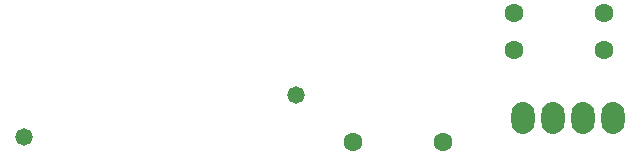
<source format=gbs>
G04*
G04 #@! TF.GenerationSoftware,Altium Limited,Altium Designer,18.0.9 (584)*
G04*
G04 Layer_Color=16711935*
%FSLAX25Y25*%
%MOIN*%
G70*
G01*
G75*
%ADD31O,0.07690X0.10642*%
%ADD32C,0.06312*%
%ADD33C,0.05800*%
D31*
X431500Y321500D02*
D03*
X461500D02*
D03*
X451500D02*
D03*
X441500D02*
D03*
D32*
X405000Y313500D02*
D03*
X375000D02*
D03*
X428500Y356500D02*
D03*
X458500D02*
D03*
X428500Y344000D02*
D03*
X458500D02*
D03*
D33*
X355941Y329000D02*
D03*
X265165Y315035D02*
D03*
M02*

</source>
